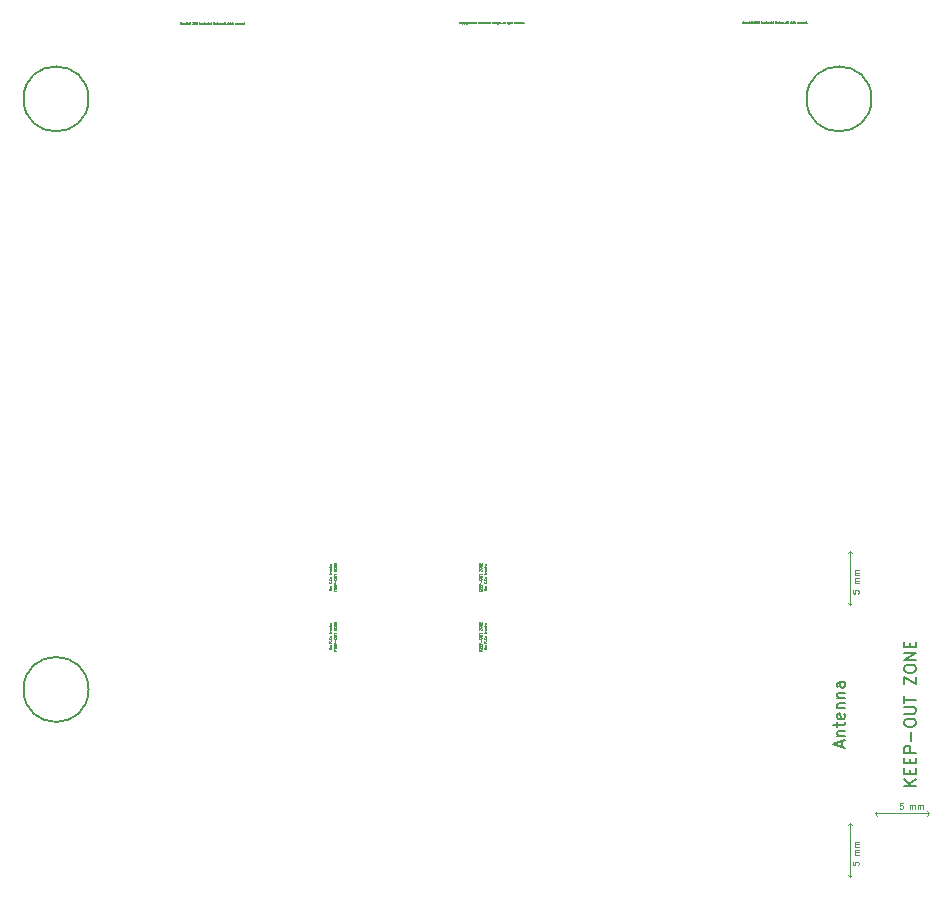
<source format=gbr>
G04 #@! TF.GenerationSoftware,KiCad,Pcbnew,(6.0.5)*
G04 #@! TF.CreationDate,2022-09-18T19:29:40+02:00*
G04 #@! TF.ProjectId,hamodule,68616d6f-6475-46c6-952e-6b696361645f,rev?*
G04 #@! TF.SameCoordinates,Original*
G04 #@! TF.FileFunction,Other,Comment*
%FSLAX46Y46*%
G04 Gerber Fmt 4.6, Leading zero omitted, Abs format (unit mm)*
G04 Created by KiCad (PCBNEW (6.0.5)) date 2022-09-18 19:29:40*
%MOMM*%
%LPD*%
G01*
G04 APERTURE LIST*
%ADD10C,0.002000*%
%ADD11C,0.030000*%
%ADD12C,0.100000*%
%ADD13C,0.150000*%
G04 APERTURE END LIST*
D10*
X166500666Y-78998857D02*
X166494619Y-79004904D01*
X166476476Y-79010952D01*
X166464380Y-79010952D01*
X166446238Y-79004904D01*
X166434142Y-78992809D01*
X166428095Y-78980714D01*
X166422047Y-78956523D01*
X166422047Y-78938380D01*
X166428095Y-78914190D01*
X166434142Y-78902095D01*
X166446238Y-78890000D01*
X166464380Y-78883952D01*
X166476476Y-78883952D01*
X166494619Y-78890000D01*
X166500666Y-78896047D01*
X166573238Y-79010952D02*
X166561142Y-79004904D01*
X166555095Y-78998857D01*
X166549047Y-78986761D01*
X166549047Y-78950476D01*
X166555095Y-78938380D01*
X166561142Y-78932333D01*
X166573238Y-78926285D01*
X166591380Y-78926285D01*
X166603476Y-78932333D01*
X166609523Y-78938380D01*
X166615571Y-78950476D01*
X166615571Y-78986761D01*
X166609523Y-78998857D01*
X166603476Y-79004904D01*
X166591380Y-79010952D01*
X166573238Y-79010952D01*
X166670000Y-78926285D02*
X166670000Y-79053285D01*
X166670000Y-78932333D02*
X166682095Y-78926285D01*
X166706285Y-78926285D01*
X166718380Y-78932333D01*
X166724428Y-78938380D01*
X166730476Y-78950476D01*
X166730476Y-78986761D01*
X166724428Y-78998857D01*
X166718380Y-79004904D01*
X166706285Y-79010952D01*
X166682095Y-79010952D01*
X166670000Y-79004904D01*
X166772809Y-78926285D02*
X166803047Y-79010952D01*
X166833285Y-78926285D02*
X166803047Y-79010952D01*
X166790952Y-79041190D01*
X166784904Y-79047238D01*
X166772809Y-79053285D01*
X166881666Y-79010952D02*
X166881666Y-78926285D01*
X166881666Y-78950476D02*
X166887714Y-78938380D01*
X166893761Y-78932333D01*
X166905857Y-78926285D01*
X166917952Y-78926285D01*
X166960285Y-79010952D02*
X166960285Y-78926285D01*
X166960285Y-78883952D02*
X166954238Y-78890000D01*
X166960285Y-78896047D01*
X166966333Y-78890000D01*
X166960285Y-78883952D01*
X166960285Y-78896047D01*
X167075190Y-78926285D02*
X167075190Y-79029095D01*
X167069142Y-79041190D01*
X167063095Y-79047238D01*
X167051000Y-79053285D01*
X167032857Y-79053285D01*
X167020761Y-79047238D01*
X167075190Y-79004904D02*
X167063095Y-79010952D01*
X167038904Y-79010952D01*
X167026809Y-79004904D01*
X167020761Y-78998857D01*
X167014714Y-78986761D01*
X167014714Y-78950476D01*
X167020761Y-78938380D01*
X167026809Y-78932333D01*
X167038904Y-78926285D01*
X167063095Y-78926285D01*
X167075190Y-78932333D01*
X167135666Y-79010952D02*
X167135666Y-78883952D01*
X167190095Y-79010952D02*
X167190095Y-78944428D01*
X167184047Y-78932333D01*
X167171952Y-78926285D01*
X167153809Y-78926285D01*
X167141714Y-78932333D01*
X167135666Y-78938380D01*
X167232428Y-78926285D02*
X167280809Y-78926285D01*
X167250571Y-78883952D02*
X167250571Y-78992809D01*
X167256619Y-79004904D01*
X167268714Y-79010952D01*
X167280809Y-79010952D01*
X167413857Y-78896047D02*
X167419904Y-78890000D01*
X167432000Y-78883952D01*
X167462238Y-78883952D01*
X167474333Y-78890000D01*
X167480380Y-78896047D01*
X167486428Y-78908142D01*
X167486428Y-78920238D01*
X167480380Y-78938380D01*
X167407809Y-79010952D01*
X167486428Y-79010952D01*
X167565047Y-78883952D02*
X167577142Y-78883952D01*
X167589238Y-78890000D01*
X167595285Y-78896047D01*
X167601333Y-78908142D01*
X167607380Y-78932333D01*
X167607380Y-78962571D01*
X167601333Y-78986761D01*
X167595285Y-78998857D01*
X167589238Y-79004904D01*
X167577142Y-79010952D01*
X167565047Y-79010952D01*
X167552952Y-79004904D01*
X167546904Y-78998857D01*
X167540857Y-78986761D01*
X167534809Y-78962571D01*
X167534809Y-78932333D01*
X167540857Y-78908142D01*
X167546904Y-78896047D01*
X167552952Y-78890000D01*
X167565047Y-78883952D01*
X167655761Y-78896047D02*
X167661809Y-78890000D01*
X167673904Y-78883952D01*
X167704142Y-78883952D01*
X167716238Y-78890000D01*
X167722285Y-78896047D01*
X167728333Y-78908142D01*
X167728333Y-78920238D01*
X167722285Y-78938380D01*
X167649714Y-79010952D01*
X167728333Y-79010952D01*
X167849285Y-79010952D02*
X167776714Y-79010952D01*
X167813000Y-79010952D02*
X167813000Y-78883952D01*
X167800904Y-78902095D01*
X167788809Y-78914190D01*
X167776714Y-78920238D01*
X167994428Y-78974666D02*
X168054904Y-78974666D01*
X167982333Y-79010952D02*
X168024666Y-78883952D01*
X168067000Y-79010952D01*
X168163761Y-79004904D02*
X168151666Y-79010952D01*
X168127476Y-79010952D01*
X168115380Y-79004904D01*
X168109333Y-78998857D01*
X168103285Y-78986761D01*
X168103285Y-78950476D01*
X168109333Y-78938380D01*
X168115380Y-78932333D01*
X168127476Y-78926285D01*
X168151666Y-78926285D01*
X168163761Y-78932333D01*
X168272619Y-79004904D02*
X168260523Y-79010952D01*
X168236333Y-79010952D01*
X168224238Y-79004904D01*
X168218190Y-78998857D01*
X168212142Y-78986761D01*
X168212142Y-78950476D01*
X168218190Y-78938380D01*
X168224238Y-78932333D01*
X168236333Y-78926285D01*
X168260523Y-78926285D01*
X168272619Y-78932333D01*
X168375428Y-79004904D02*
X168363333Y-79010952D01*
X168339142Y-79010952D01*
X168327047Y-79004904D01*
X168321000Y-78992809D01*
X168321000Y-78944428D01*
X168327047Y-78932333D01*
X168339142Y-78926285D01*
X168363333Y-78926285D01*
X168375428Y-78932333D01*
X168381476Y-78944428D01*
X168381476Y-78956523D01*
X168321000Y-78968619D01*
X168454047Y-79010952D02*
X168441952Y-79004904D01*
X168435904Y-78992809D01*
X168435904Y-78883952D01*
X168550809Y-79004904D02*
X168538714Y-79010952D01*
X168514523Y-79010952D01*
X168502428Y-79004904D01*
X168496380Y-78992809D01*
X168496380Y-78944428D01*
X168502428Y-78932333D01*
X168514523Y-78926285D01*
X168538714Y-78926285D01*
X168550809Y-78932333D01*
X168556857Y-78944428D01*
X168556857Y-78956523D01*
X168496380Y-78968619D01*
X168611285Y-79010952D02*
X168611285Y-78926285D01*
X168611285Y-78950476D02*
X168617333Y-78938380D01*
X168623380Y-78932333D01*
X168635476Y-78926285D01*
X168647571Y-78926285D01*
X168744333Y-79010952D02*
X168744333Y-78944428D01*
X168738285Y-78932333D01*
X168726190Y-78926285D01*
X168702000Y-78926285D01*
X168689904Y-78932333D01*
X168744333Y-79004904D02*
X168732238Y-79010952D01*
X168702000Y-79010952D01*
X168689904Y-79004904D01*
X168683857Y-78992809D01*
X168683857Y-78980714D01*
X168689904Y-78968619D01*
X168702000Y-78962571D01*
X168732238Y-78962571D01*
X168744333Y-78956523D01*
X168786666Y-78926285D02*
X168835047Y-78926285D01*
X168804809Y-78883952D02*
X168804809Y-78992809D01*
X168810857Y-79004904D01*
X168822952Y-79010952D01*
X168835047Y-79010952D01*
X168925761Y-79004904D02*
X168913666Y-79010952D01*
X168889476Y-79010952D01*
X168877380Y-79004904D01*
X168871333Y-78992809D01*
X168871333Y-78944428D01*
X168877380Y-78932333D01*
X168889476Y-78926285D01*
X168913666Y-78926285D01*
X168925761Y-78932333D01*
X168931809Y-78944428D01*
X168931809Y-78956523D01*
X168871333Y-78968619D01*
X169040666Y-79010952D02*
X169040666Y-78883952D01*
X169040666Y-79004904D02*
X169028571Y-79010952D01*
X169004380Y-79010952D01*
X168992285Y-79004904D01*
X168986238Y-78998857D01*
X168980190Y-78986761D01*
X168980190Y-78950476D01*
X168986238Y-78938380D01*
X168992285Y-78932333D01*
X169004380Y-78926285D01*
X169028571Y-78926285D01*
X169040666Y-78932333D01*
X169197904Y-79010952D02*
X169197904Y-78883952D01*
X169228142Y-78883952D01*
X169246285Y-78890000D01*
X169258380Y-78902095D01*
X169264428Y-78914190D01*
X169270476Y-78938380D01*
X169270476Y-78956523D01*
X169264428Y-78980714D01*
X169258380Y-78992809D01*
X169246285Y-79004904D01*
X169228142Y-79010952D01*
X169197904Y-79010952D01*
X169373285Y-79004904D02*
X169361190Y-79010952D01*
X169337000Y-79010952D01*
X169324904Y-79004904D01*
X169318857Y-78992809D01*
X169318857Y-78944428D01*
X169324904Y-78932333D01*
X169337000Y-78926285D01*
X169361190Y-78926285D01*
X169373285Y-78932333D01*
X169379333Y-78944428D01*
X169379333Y-78956523D01*
X169318857Y-78968619D01*
X169427714Y-79004904D02*
X169439809Y-79010952D01*
X169464000Y-79010952D01*
X169476095Y-79004904D01*
X169482142Y-78992809D01*
X169482142Y-78986761D01*
X169476095Y-78974666D01*
X169464000Y-78968619D01*
X169445857Y-78968619D01*
X169433761Y-78962571D01*
X169427714Y-78950476D01*
X169427714Y-78944428D01*
X169433761Y-78932333D01*
X169445857Y-78926285D01*
X169464000Y-78926285D01*
X169476095Y-78932333D01*
X169536571Y-79010952D02*
X169536571Y-78926285D01*
X169536571Y-78883952D02*
X169530523Y-78890000D01*
X169536571Y-78896047D01*
X169542619Y-78890000D01*
X169536571Y-78883952D01*
X169536571Y-78896047D01*
X169651476Y-78926285D02*
X169651476Y-79029095D01*
X169645428Y-79041190D01*
X169639380Y-79047238D01*
X169627285Y-79053285D01*
X169609142Y-79053285D01*
X169597047Y-79047238D01*
X169651476Y-79004904D02*
X169639380Y-79010952D01*
X169615190Y-79010952D01*
X169603095Y-79004904D01*
X169597047Y-78998857D01*
X169591000Y-78986761D01*
X169591000Y-78950476D01*
X169597047Y-78938380D01*
X169603095Y-78932333D01*
X169615190Y-78926285D01*
X169639380Y-78926285D01*
X169651476Y-78932333D01*
X169711952Y-78926285D02*
X169711952Y-79010952D01*
X169711952Y-78938380D02*
X169718000Y-78932333D01*
X169730095Y-78926285D01*
X169748238Y-78926285D01*
X169760333Y-78932333D01*
X169766380Y-78944428D01*
X169766380Y-79010952D01*
X169820809Y-79004904D02*
X169832904Y-79010952D01*
X169857095Y-79010952D01*
X169869190Y-79004904D01*
X169875238Y-78992809D01*
X169875238Y-78986761D01*
X169869190Y-78974666D01*
X169857095Y-78968619D01*
X169838952Y-78968619D01*
X169826857Y-78962571D01*
X169820809Y-78950476D01*
X169820809Y-78944428D01*
X169826857Y-78932333D01*
X169838952Y-78926285D01*
X169857095Y-78926285D01*
X169869190Y-78932333D01*
X169929666Y-78998857D02*
X169935714Y-79004904D01*
X169929666Y-79010952D01*
X169923619Y-79004904D01*
X169929666Y-78998857D01*
X169929666Y-79010952D01*
X170080857Y-78974666D02*
X170141333Y-78974666D01*
X170068761Y-79010952D02*
X170111095Y-78883952D01*
X170153428Y-79010952D01*
X170213904Y-79010952D02*
X170201809Y-79004904D01*
X170195761Y-78992809D01*
X170195761Y-78883952D01*
X170280428Y-79010952D02*
X170268333Y-79004904D01*
X170262285Y-78992809D01*
X170262285Y-78883952D01*
X170425571Y-79010952D02*
X170425571Y-78926285D01*
X170425571Y-78950476D02*
X170431619Y-78938380D01*
X170437666Y-78932333D01*
X170449761Y-78926285D01*
X170461857Y-78926285D01*
X170504190Y-79010952D02*
X170504190Y-78926285D01*
X170504190Y-78883952D02*
X170498142Y-78890000D01*
X170504190Y-78896047D01*
X170510238Y-78890000D01*
X170504190Y-78883952D01*
X170504190Y-78896047D01*
X170619095Y-78926285D02*
X170619095Y-79029095D01*
X170613047Y-79041190D01*
X170607000Y-79047238D01*
X170594904Y-79053285D01*
X170576761Y-79053285D01*
X170564666Y-79047238D01*
X170619095Y-79004904D02*
X170607000Y-79010952D01*
X170582809Y-79010952D01*
X170570714Y-79004904D01*
X170564666Y-78998857D01*
X170558619Y-78986761D01*
X170558619Y-78950476D01*
X170564666Y-78938380D01*
X170570714Y-78932333D01*
X170582809Y-78926285D01*
X170607000Y-78926285D01*
X170619095Y-78932333D01*
X170679571Y-79010952D02*
X170679571Y-78883952D01*
X170734000Y-79010952D02*
X170734000Y-78944428D01*
X170727952Y-78932333D01*
X170715857Y-78926285D01*
X170697714Y-78926285D01*
X170685619Y-78932333D01*
X170679571Y-78938380D01*
X170776333Y-78926285D02*
X170824714Y-78926285D01*
X170794476Y-78883952D02*
X170794476Y-78992809D01*
X170800523Y-79004904D01*
X170812619Y-79010952D01*
X170824714Y-79010952D01*
X170861000Y-79004904D02*
X170873095Y-79010952D01*
X170897285Y-79010952D01*
X170909380Y-79004904D01*
X170915428Y-78992809D01*
X170915428Y-78986761D01*
X170909380Y-78974666D01*
X170897285Y-78968619D01*
X170879142Y-78968619D01*
X170867047Y-78962571D01*
X170861000Y-78950476D01*
X170861000Y-78944428D01*
X170867047Y-78932333D01*
X170879142Y-78926285D01*
X170897285Y-78926285D01*
X170909380Y-78932333D01*
X171066619Y-79010952D02*
X171066619Y-78926285D01*
X171066619Y-78950476D02*
X171072666Y-78938380D01*
X171078714Y-78932333D01*
X171090809Y-78926285D01*
X171102904Y-78926285D01*
X171193619Y-79004904D02*
X171181523Y-79010952D01*
X171157333Y-79010952D01*
X171145238Y-79004904D01*
X171139190Y-78992809D01*
X171139190Y-78944428D01*
X171145238Y-78932333D01*
X171157333Y-78926285D01*
X171181523Y-78926285D01*
X171193619Y-78932333D01*
X171199666Y-78944428D01*
X171199666Y-78956523D01*
X171139190Y-78968619D01*
X171248047Y-79004904D02*
X171260142Y-79010952D01*
X171284333Y-79010952D01*
X171296428Y-79004904D01*
X171302476Y-78992809D01*
X171302476Y-78986761D01*
X171296428Y-78974666D01*
X171284333Y-78968619D01*
X171266190Y-78968619D01*
X171254095Y-78962571D01*
X171248047Y-78950476D01*
X171248047Y-78944428D01*
X171254095Y-78932333D01*
X171266190Y-78926285D01*
X171284333Y-78926285D01*
X171296428Y-78932333D01*
X171405285Y-79004904D02*
X171393190Y-79010952D01*
X171369000Y-79010952D01*
X171356904Y-79004904D01*
X171350857Y-78992809D01*
X171350857Y-78944428D01*
X171356904Y-78932333D01*
X171369000Y-78926285D01*
X171393190Y-78926285D01*
X171405285Y-78932333D01*
X171411333Y-78944428D01*
X171411333Y-78956523D01*
X171350857Y-78968619D01*
X171465761Y-79010952D02*
X171465761Y-78926285D01*
X171465761Y-78950476D02*
X171471809Y-78938380D01*
X171477857Y-78932333D01*
X171489952Y-78926285D01*
X171502047Y-78926285D01*
X171532285Y-78926285D02*
X171562523Y-79010952D01*
X171592761Y-78926285D01*
X171689523Y-79004904D02*
X171677428Y-79010952D01*
X171653238Y-79010952D01*
X171641142Y-79004904D01*
X171635095Y-78992809D01*
X171635095Y-78944428D01*
X171641142Y-78932333D01*
X171653238Y-78926285D01*
X171677428Y-78926285D01*
X171689523Y-78932333D01*
X171695571Y-78944428D01*
X171695571Y-78956523D01*
X171635095Y-78968619D01*
X171804428Y-79010952D02*
X171804428Y-78883952D01*
X171804428Y-79004904D02*
X171792333Y-79010952D01*
X171768142Y-79010952D01*
X171756047Y-79004904D01*
X171750000Y-78998857D01*
X171743952Y-78986761D01*
X171743952Y-78950476D01*
X171750000Y-78938380D01*
X171756047Y-78932333D01*
X171768142Y-78926285D01*
X171792333Y-78926285D01*
X171804428Y-78932333D01*
X171864904Y-78998857D02*
X171870952Y-79004904D01*
X171864904Y-79010952D01*
X171858857Y-79004904D01*
X171864904Y-78998857D01*
X171864904Y-79010952D01*
X142854266Y-79022456D02*
X142848219Y-79028503D01*
X142830076Y-79034551D01*
X142817980Y-79034551D01*
X142799838Y-79028503D01*
X142787742Y-79016408D01*
X142781695Y-79004313D01*
X142775647Y-78980122D01*
X142775647Y-78961979D01*
X142781695Y-78937789D01*
X142787742Y-78925694D01*
X142799838Y-78913599D01*
X142817980Y-78907551D01*
X142830076Y-78907551D01*
X142848219Y-78913599D01*
X142854266Y-78919646D01*
X142926838Y-79034551D02*
X142914742Y-79028503D01*
X142908695Y-79022456D01*
X142902647Y-79010360D01*
X142902647Y-78974075D01*
X142908695Y-78961979D01*
X142914742Y-78955932D01*
X142926838Y-78949884D01*
X142944980Y-78949884D01*
X142957076Y-78955932D01*
X142963123Y-78961979D01*
X142969171Y-78974075D01*
X142969171Y-79010360D01*
X142963123Y-79022456D01*
X142957076Y-79028503D01*
X142944980Y-79034551D01*
X142926838Y-79034551D01*
X143023600Y-78949884D02*
X143023600Y-79076884D01*
X143023600Y-78955932D02*
X143035695Y-78949884D01*
X143059885Y-78949884D01*
X143071980Y-78955932D01*
X143078028Y-78961979D01*
X143084076Y-78974075D01*
X143084076Y-79010360D01*
X143078028Y-79022456D01*
X143071980Y-79028503D01*
X143059885Y-79034551D01*
X143035695Y-79034551D01*
X143023600Y-79028503D01*
X143126409Y-78949884D02*
X143156647Y-79034551D01*
X143186885Y-78949884D02*
X143156647Y-79034551D01*
X143144552Y-79064789D01*
X143138504Y-79070837D01*
X143126409Y-79076884D01*
X143235266Y-79034551D02*
X143235266Y-78949884D01*
X143235266Y-78974075D02*
X143241314Y-78961979D01*
X143247361Y-78955932D01*
X143259457Y-78949884D01*
X143271552Y-78949884D01*
X143313885Y-79034551D02*
X143313885Y-78949884D01*
X143313885Y-78907551D02*
X143307838Y-78913599D01*
X143313885Y-78919646D01*
X143319933Y-78913599D01*
X143313885Y-78907551D01*
X143313885Y-78919646D01*
X143428790Y-78949884D02*
X143428790Y-79052694D01*
X143422742Y-79064789D01*
X143416695Y-79070837D01*
X143404600Y-79076884D01*
X143386457Y-79076884D01*
X143374361Y-79070837D01*
X143428790Y-79028503D02*
X143416695Y-79034551D01*
X143392504Y-79034551D01*
X143380409Y-79028503D01*
X143374361Y-79022456D01*
X143368314Y-79010360D01*
X143368314Y-78974075D01*
X143374361Y-78961979D01*
X143380409Y-78955932D01*
X143392504Y-78949884D01*
X143416695Y-78949884D01*
X143428790Y-78955932D01*
X143489266Y-79034551D02*
X143489266Y-78907551D01*
X143543695Y-79034551D02*
X143543695Y-78968027D01*
X143537647Y-78955932D01*
X143525552Y-78949884D01*
X143507409Y-78949884D01*
X143495314Y-78955932D01*
X143489266Y-78961979D01*
X143586028Y-78949884D02*
X143634409Y-78949884D01*
X143604171Y-78907551D02*
X143604171Y-79016408D01*
X143610219Y-79028503D01*
X143622314Y-79034551D01*
X143634409Y-79034551D01*
X143767457Y-78919646D02*
X143773504Y-78913599D01*
X143785600Y-78907551D01*
X143815838Y-78907551D01*
X143827933Y-78913599D01*
X143833980Y-78919646D01*
X143840028Y-78931741D01*
X143840028Y-78943837D01*
X143833980Y-78961979D01*
X143761409Y-79034551D01*
X143840028Y-79034551D01*
X143918647Y-78907551D02*
X143930742Y-78907551D01*
X143942838Y-78913599D01*
X143948885Y-78919646D01*
X143954933Y-78931741D01*
X143960980Y-78955932D01*
X143960980Y-78986170D01*
X143954933Y-79010360D01*
X143948885Y-79022456D01*
X143942838Y-79028503D01*
X143930742Y-79034551D01*
X143918647Y-79034551D01*
X143906552Y-79028503D01*
X143900504Y-79022456D01*
X143894457Y-79010360D01*
X143888409Y-78986170D01*
X143888409Y-78955932D01*
X143894457Y-78931741D01*
X143900504Y-78919646D01*
X143906552Y-78913599D01*
X143918647Y-78907551D01*
X144009361Y-78919646D02*
X144015409Y-78913599D01*
X144027504Y-78907551D01*
X144057742Y-78907551D01*
X144069838Y-78913599D01*
X144075885Y-78919646D01*
X144081933Y-78931741D01*
X144081933Y-78943837D01*
X144075885Y-78961979D01*
X144003314Y-79034551D01*
X144081933Y-79034551D01*
X144202885Y-79034551D02*
X144130314Y-79034551D01*
X144166600Y-79034551D02*
X144166600Y-78907551D01*
X144154504Y-78925694D01*
X144142409Y-78937789D01*
X144130314Y-78943837D01*
X144348028Y-78998265D02*
X144408504Y-78998265D01*
X144335933Y-79034551D02*
X144378266Y-78907551D01*
X144420600Y-79034551D01*
X144517361Y-79028503D02*
X144505266Y-79034551D01*
X144481076Y-79034551D01*
X144468980Y-79028503D01*
X144462933Y-79022456D01*
X144456885Y-79010360D01*
X144456885Y-78974075D01*
X144462933Y-78961979D01*
X144468980Y-78955932D01*
X144481076Y-78949884D01*
X144505266Y-78949884D01*
X144517361Y-78955932D01*
X144626219Y-79028503D02*
X144614123Y-79034551D01*
X144589933Y-79034551D01*
X144577838Y-79028503D01*
X144571790Y-79022456D01*
X144565742Y-79010360D01*
X144565742Y-78974075D01*
X144571790Y-78961979D01*
X144577838Y-78955932D01*
X144589933Y-78949884D01*
X144614123Y-78949884D01*
X144626219Y-78955932D01*
X144729028Y-79028503D02*
X144716933Y-79034551D01*
X144692742Y-79034551D01*
X144680647Y-79028503D01*
X144674600Y-79016408D01*
X144674600Y-78968027D01*
X144680647Y-78955932D01*
X144692742Y-78949884D01*
X144716933Y-78949884D01*
X144729028Y-78955932D01*
X144735076Y-78968027D01*
X144735076Y-78980122D01*
X144674600Y-78992218D01*
X144807647Y-79034551D02*
X144795552Y-79028503D01*
X144789504Y-79016408D01*
X144789504Y-78907551D01*
X144904409Y-79028503D02*
X144892314Y-79034551D01*
X144868123Y-79034551D01*
X144856028Y-79028503D01*
X144849980Y-79016408D01*
X144849980Y-78968027D01*
X144856028Y-78955932D01*
X144868123Y-78949884D01*
X144892314Y-78949884D01*
X144904409Y-78955932D01*
X144910457Y-78968027D01*
X144910457Y-78980122D01*
X144849980Y-78992218D01*
X144964885Y-79034551D02*
X144964885Y-78949884D01*
X144964885Y-78974075D02*
X144970933Y-78961979D01*
X144976980Y-78955932D01*
X144989076Y-78949884D01*
X145001171Y-78949884D01*
X145097933Y-79034551D02*
X145097933Y-78968027D01*
X145091885Y-78955932D01*
X145079790Y-78949884D01*
X145055600Y-78949884D01*
X145043504Y-78955932D01*
X145097933Y-79028503D02*
X145085838Y-79034551D01*
X145055600Y-79034551D01*
X145043504Y-79028503D01*
X145037457Y-79016408D01*
X145037457Y-79004313D01*
X145043504Y-78992218D01*
X145055600Y-78986170D01*
X145085838Y-78986170D01*
X145097933Y-78980122D01*
X145140266Y-78949884D02*
X145188647Y-78949884D01*
X145158409Y-78907551D02*
X145158409Y-79016408D01*
X145164457Y-79028503D01*
X145176552Y-79034551D01*
X145188647Y-79034551D01*
X145279361Y-79028503D02*
X145267266Y-79034551D01*
X145243076Y-79034551D01*
X145230980Y-79028503D01*
X145224933Y-79016408D01*
X145224933Y-78968027D01*
X145230980Y-78955932D01*
X145243076Y-78949884D01*
X145267266Y-78949884D01*
X145279361Y-78955932D01*
X145285409Y-78968027D01*
X145285409Y-78980122D01*
X145224933Y-78992218D01*
X145394266Y-79034551D02*
X145394266Y-78907551D01*
X145394266Y-79028503D02*
X145382171Y-79034551D01*
X145357980Y-79034551D01*
X145345885Y-79028503D01*
X145339838Y-79022456D01*
X145333790Y-79010360D01*
X145333790Y-78974075D01*
X145339838Y-78961979D01*
X145345885Y-78955932D01*
X145357980Y-78949884D01*
X145382171Y-78949884D01*
X145394266Y-78955932D01*
X145551504Y-79034551D02*
X145551504Y-78907551D01*
X145581742Y-78907551D01*
X145599885Y-78913599D01*
X145611980Y-78925694D01*
X145618028Y-78937789D01*
X145624076Y-78961979D01*
X145624076Y-78980122D01*
X145618028Y-79004313D01*
X145611980Y-79016408D01*
X145599885Y-79028503D01*
X145581742Y-79034551D01*
X145551504Y-79034551D01*
X145726885Y-79028503D02*
X145714790Y-79034551D01*
X145690600Y-79034551D01*
X145678504Y-79028503D01*
X145672457Y-79016408D01*
X145672457Y-78968027D01*
X145678504Y-78955932D01*
X145690600Y-78949884D01*
X145714790Y-78949884D01*
X145726885Y-78955932D01*
X145732933Y-78968027D01*
X145732933Y-78980122D01*
X145672457Y-78992218D01*
X145781314Y-79028503D02*
X145793409Y-79034551D01*
X145817600Y-79034551D01*
X145829695Y-79028503D01*
X145835742Y-79016408D01*
X145835742Y-79010360D01*
X145829695Y-78998265D01*
X145817600Y-78992218D01*
X145799457Y-78992218D01*
X145787361Y-78986170D01*
X145781314Y-78974075D01*
X145781314Y-78968027D01*
X145787361Y-78955932D01*
X145799457Y-78949884D01*
X145817600Y-78949884D01*
X145829695Y-78955932D01*
X145890171Y-79034551D02*
X145890171Y-78949884D01*
X145890171Y-78907551D02*
X145884123Y-78913599D01*
X145890171Y-78919646D01*
X145896219Y-78913599D01*
X145890171Y-78907551D01*
X145890171Y-78919646D01*
X146005076Y-78949884D02*
X146005076Y-79052694D01*
X145999028Y-79064789D01*
X145992980Y-79070837D01*
X145980885Y-79076884D01*
X145962742Y-79076884D01*
X145950647Y-79070837D01*
X146005076Y-79028503D02*
X145992980Y-79034551D01*
X145968790Y-79034551D01*
X145956695Y-79028503D01*
X145950647Y-79022456D01*
X145944600Y-79010360D01*
X145944600Y-78974075D01*
X145950647Y-78961979D01*
X145956695Y-78955932D01*
X145968790Y-78949884D01*
X145992980Y-78949884D01*
X146005076Y-78955932D01*
X146065552Y-78949884D02*
X146065552Y-79034551D01*
X146065552Y-78961979D02*
X146071600Y-78955932D01*
X146083695Y-78949884D01*
X146101838Y-78949884D01*
X146113933Y-78955932D01*
X146119980Y-78968027D01*
X146119980Y-79034551D01*
X146174409Y-79028503D02*
X146186504Y-79034551D01*
X146210695Y-79034551D01*
X146222790Y-79028503D01*
X146228838Y-79016408D01*
X146228838Y-79010360D01*
X146222790Y-78998265D01*
X146210695Y-78992218D01*
X146192552Y-78992218D01*
X146180457Y-78986170D01*
X146174409Y-78974075D01*
X146174409Y-78968027D01*
X146180457Y-78955932D01*
X146192552Y-78949884D01*
X146210695Y-78949884D01*
X146222790Y-78955932D01*
X146283266Y-79022456D02*
X146289314Y-79028503D01*
X146283266Y-79034551D01*
X146277219Y-79028503D01*
X146283266Y-79022456D01*
X146283266Y-79034551D01*
X146434457Y-78998265D02*
X146494933Y-78998265D01*
X146422361Y-79034551D02*
X146464695Y-78907551D01*
X146507028Y-79034551D01*
X146567504Y-79034551D02*
X146555409Y-79028503D01*
X146549361Y-79016408D01*
X146549361Y-78907551D01*
X146634028Y-79034551D02*
X146621933Y-79028503D01*
X146615885Y-79016408D01*
X146615885Y-78907551D01*
X146779171Y-79034551D02*
X146779171Y-78949884D01*
X146779171Y-78974075D02*
X146785219Y-78961979D01*
X146791266Y-78955932D01*
X146803361Y-78949884D01*
X146815457Y-78949884D01*
X146857790Y-79034551D02*
X146857790Y-78949884D01*
X146857790Y-78907551D02*
X146851742Y-78913599D01*
X146857790Y-78919646D01*
X146863838Y-78913599D01*
X146857790Y-78907551D01*
X146857790Y-78919646D01*
X146972695Y-78949884D02*
X146972695Y-79052694D01*
X146966647Y-79064789D01*
X146960600Y-79070837D01*
X146948504Y-79076884D01*
X146930361Y-79076884D01*
X146918266Y-79070837D01*
X146972695Y-79028503D02*
X146960600Y-79034551D01*
X146936409Y-79034551D01*
X146924314Y-79028503D01*
X146918266Y-79022456D01*
X146912219Y-79010360D01*
X146912219Y-78974075D01*
X146918266Y-78961979D01*
X146924314Y-78955932D01*
X146936409Y-78949884D01*
X146960600Y-78949884D01*
X146972695Y-78955932D01*
X147033171Y-79034551D02*
X147033171Y-78907551D01*
X147087600Y-79034551D02*
X147087600Y-78968027D01*
X147081552Y-78955932D01*
X147069457Y-78949884D01*
X147051314Y-78949884D01*
X147039219Y-78955932D01*
X147033171Y-78961979D01*
X147129933Y-78949884D02*
X147178314Y-78949884D01*
X147148076Y-78907551D02*
X147148076Y-79016408D01*
X147154123Y-79028503D01*
X147166219Y-79034551D01*
X147178314Y-79034551D01*
X147214600Y-79028503D02*
X147226695Y-79034551D01*
X147250885Y-79034551D01*
X147262980Y-79028503D01*
X147269028Y-79016408D01*
X147269028Y-79010360D01*
X147262980Y-78998265D01*
X147250885Y-78992218D01*
X147232742Y-78992218D01*
X147220647Y-78986170D01*
X147214600Y-78974075D01*
X147214600Y-78968027D01*
X147220647Y-78955932D01*
X147232742Y-78949884D01*
X147250885Y-78949884D01*
X147262980Y-78955932D01*
X147420219Y-79034551D02*
X147420219Y-78949884D01*
X147420219Y-78974075D02*
X147426266Y-78961979D01*
X147432314Y-78955932D01*
X147444409Y-78949884D01*
X147456504Y-78949884D01*
X147547219Y-79028503D02*
X147535123Y-79034551D01*
X147510933Y-79034551D01*
X147498838Y-79028503D01*
X147492790Y-79016408D01*
X147492790Y-78968027D01*
X147498838Y-78955932D01*
X147510933Y-78949884D01*
X147535123Y-78949884D01*
X147547219Y-78955932D01*
X147553266Y-78968027D01*
X147553266Y-78980122D01*
X147492790Y-78992218D01*
X147601647Y-79028503D02*
X147613742Y-79034551D01*
X147637933Y-79034551D01*
X147650028Y-79028503D01*
X147656076Y-79016408D01*
X147656076Y-79010360D01*
X147650028Y-78998265D01*
X147637933Y-78992218D01*
X147619790Y-78992218D01*
X147607695Y-78986170D01*
X147601647Y-78974075D01*
X147601647Y-78968027D01*
X147607695Y-78955932D01*
X147619790Y-78949884D01*
X147637933Y-78949884D01*
X147650028Y-78955932D01*
X147758885Y-79028503D02*
X147746790Y-79034551D01*
X147722600Y-79034551D01*
X147710504Y-79028503D01*
X147704457Y-79016408D01*
X147704457Y-78968027D01*
X147710504Y-78955932D01*
X147722600Y-78949884D01*
X147746790Y-78949884D01*
X147758885Y-78955932D01*
X147764933Y-78968027D01*
X147764933Y-78980122D01*
X147704457Y-78992218D01*
X147819361Y-79034551D02*
X147819361Y-78949884D01*
X147819361Y-78974075D02*
X147825409Y-78961979D01*
X147831457Y-78955932D01*
X147843552Y-78949884D01*
X147855647Y-78949884D01*
X147885885Y-78949884D02*
X147916123Y-79034551D01*
X147946361Y-78949884D01*
X148043123Y-79028503D02*
X148031028Y-79034551D01*
X148006838Y-79034551D01*
X147994742Y-79028503D01*
X147988695Y-79016408D01*
X147988695Y-78968027D01*
X147994742Y-78955932D01*
X148006838Y-78949884D01*
X148031028Y-78949884D01*
X148043123Y-78955932D01*
X148049171Y-78968027D01*
X148049171Y-78980122D01*
X147988695Y-78992218D01*
X148158028Y-79034551D02*
X148158028Y-78907551D01*
X148158028Y-79028503D02*
X148145933Y-79034551D01*
X148121742Y-79034551D01*
X148109647Y-79028503D01*
X148103600Y-79022456D01*
X148097552Y-79010360D01*
X148097552Y-78974075D01*
X148103600Y-78961979D01*
X148109647Y-78955932D01*
X148121742Y-78949884D01*
X148145933Y-78949884D01*
X148158028Y-78955932D01*
X148218504Y-79022456D02*
X148224552Y-79028503D01*
X148218504Y-79034551D01*
X148212457Y-79028503D01*
X148218504Y-79022456D01*
X148218504Y-79034551D01*
X190460666Y-78958856D02*
X190454619Y-78964903D01*
X190436476Y-78970951D01*
X190424380Y-78970951D01*
X190406238Y-78964903D01*
X190394142Y-78952808D01*
X190388095Y-78940713D01*
X190382047Y-78916522D01*
X190382047Y-78898379D01*
X190388095Y-78874189D01*
X190394142Y-78862094D01*
X190406238Y-78849999D01*
X190424380Y-78843951D01*
X190436476Y-78843951D01*
X190454619Y-78849999D01*
X190460666Y-78856046D01*
X190533238Y-78970951D02*
X190521142Y-78964903D01*
X190515095Y-78958856D01*
X190509047Y-78946760D01*
X190509047Y-78910475D01*
X190515095Y-78898379D01*
X190521142Y-78892332D01*
X190533238Y-78886284D01*
X190551380Y-78886284D01*
X190563476Y-78892332D01*
X190569523Y-78898379D01*
X190575571Y-78910475D01*
X190575571Y-78946760D01*
X190569523Y-78958856D01*
X190563476Y-78964903D01*
X190551380Y-78970951D01*
X190533238Y-78970951D01*
X190630000Y-78886284D02*
X190630000Y-79013284D01*
X190630000Y-78892332D02*
X190642095Y-78886284D01*
X190666285Y-78886284D01*
X190678380Y-78892332D01*
X190684428Y-78898379D01*
X190690476Y-78910475D01*
X190690476Y-78946760D01*
X190684428Y-78958856D01*
X190678380Y-78964903D01*
X190666285Y-78970951D01*
X190642095Y-78970951D01*
X190630000Y-78964903D01*
X190732809Y-78886284D02*
X190763047Y-78970951D01*
X190793285Y-78886284D02*
X190763047Y-78970951D01*
X190750952Y-79001189D01*
X190744904Y-79007237D01*
X190732809Y-79013284D01*
X190841666Y-78970951D02*
X190841666Y-78886284D01*
X190841666Y-78910475D02*
X190847714Y-78898379D01*
X190853761Y-78892332D01*
X190865857Y-78886284D01*
X190877952Y-78886284D01*
X190920285Y-78970951D02*
X190920285Y-78886284D01*
X190920285Y-78843951D02*
X190914238Y-78849999D01*
X190920285Y-78856046D01*
X190926333Y-78849999D01*
X190920285Y-78843951D01*
X190920285Y-78856046D01*
X191035190Y-78886284D02*
X191035190Y-78989094D01*
X191029142Y-79001189D01*
X191023095Y-79007237D01*
X191011000Y-79013284D01*
X190992857Y-79013284D01*
X190980761Y-79007237D01*
X191035190Y-78964903D02*
X191023095Y-78970951D01*
X190998904Y-78970951D01*
X190986809Y-78964903D01*
X190980761Y-78958856D01*
X190974714Y-78946760D01*
X190974714Y-78910475D01*
X190980761Y-78898379D01*
X190986809Y-78892332D01*
X190998904Y-78886284D01*
X191023095Y-78886284D01*
X191035190Y-78892332D01*
X191095666Y-78970951D02*
X191095666Y-78843951D01*
X191150095Y-78970951D02*
X191150095Y-78904427D01*
X191144047Y-78892332D01*
X191131952Y-78886284D01*
X191113809Y-78886284D01*
X191101714Y-78892332D01*
X191095666Y-78898379D01*
X191192428Y-78886284D02*
X191240809Y-78886284D01*
X191210571Y-78843951D02*
X191210571Y-78952808D01*
X191216619Y-78964903D01*
X191228714Y-78970951D01*
X191240809Y-78970951D01*
X191373857Y-78856046D02*
X191379904Y-78849999D01*
X191392000Y-78843951D01*
X191422238Y-78843951D01*
X191434333Y-78849999D01*
X191440380Y-78856046D01*
X191446428Y-78868141D01*
X191446428Y-78880237D01*
X191440380Y-78898379D01*
X191367809Y-78970951D01*
X191446428Y-78970951D01*
X191525047Y-78843951D02*
X191537142Y-78843951D01*
X191549238Y-78849999D01*
X191555285Y-78856046D01*
X191561333Y-78868141D01*
X191567380Y-78892332D01*
X191567380Y-78922570D01*
X191561333Y-78946760D01*
X191555285Y-78958856D01*
X191549238Y-78964903D01*
X191537142Y-78970951D01*
X191525047Y-78970951D01*
X191512952Y-78964903D01*
X191506904Y-78958856D01*
X191500857Y-78946760D01*
X191494809Y-78922570D01*
X191494809Y-78892332D01*
X191500857Y-78868141D01*
X191506904Y-78856046D01*
X191512952Y-78849999D01*
X191525047Y-78843951D01*
X191615761Y-78856046D02*
X191621809Y-78849999D01*
X191633904Y-78843951D01*
X191664142Y-78843951D01*
X191676238Y-78849999D01*
X191682285Y-78856046D01*
X191688333Y-78868141D01*
X191688333Y-78880237D01*
X191682285Y-78898379D01*
X191609714Y-78970951D01*
X191688333Y-78970951D01*
X191809285Y-78970951D02*
X191736714Y-78970951D01*
X191773000Y-78970951D02*
X191773000Y-78843951D01*
X191760904Y-78862094D01*
X191748809Y-78874189D01*
X191736714Y-78880237D01*
X191954428Y-78934665D02*
X192014904Y-78934665D01*
X191942333Y-78970951D02*
X191984666Y-78843951D01*
X192027000Y-78970951D01*
X192123761Y-78964903D02*
X192111666Y-78970951D01*
X192087476Y-78970951D01*
X192075380Y-78964903D01*
X192069333Y-78958856D01*
X192063285Y-78946760D01*
X192063285Y-78910475D01*
X192069333Y-78898379D01*
X192075380Y-78892332D01*
X192087476Y-78886284D01*
X192111666Y-78886284D01*
X192123761Y-78892332D01*
X192232619Y-78964903D02*
X192220523Y-78970951D01*
X192196333Y-78970951D01*
X192184238Y-78964903D01*
X192178190Y-78958856D01*
X192172142Y-78946760D01*
X192172142Y-78910475D01*
X192178190Y-78898379D01*
X192184238Y-78892332D01*
X192196333Y-78886284D01*
X192220523Y-78886284D01*
X192232619Y-78892332D01*
X192335428Y-78964903D02*
X192323333Y-78970951D01*
X192299142Y-78970951D01*
X192287047Y-78964903D01*
X192281000Y-78952808D01*
X192281000Y-78904427D01*
X192287047Y-78892332D01*
X192299142Y-78886284D01*
X192323333Y-78886284D01*
X192335428Y-78892332D01*
X192341476Y-78904427D01*
X192341476Y-78916522D01*
X192281000Y-78928618D01*
X192414047Y-78970951D02*
X192401952Y-78964903D01*
X192395904Y-78952808D01*
X192395904Y-78843951D01*
X192510809Y-78964903D02*
X192498714Y-78970951D01*
X192474523Y-78970951D01*
X192462428Y-78964903D01*
X192456380Y-78952808D01*
X192456380Y-78904427D01*
X192462428Y-78892332D01*
X192474523Y-78886284D01*
X192498714Y-78886284D01*
X192510809Y-78892332D01*
X192516857Y-78904427D01*
X192516857Y-78916522D01*
X192456380Y-78928618D01*
X192571285Y-78970951D02*
X192571285Y-78886284D01*
X192571285Y-78910475D02*
X192577333Y-78898379D01*
X192583380Y-78892332D01*
X192595476Y-78886284D01*
X192607571Y-78886284D01*
X192704333Y-78970951D02*
X192704333Y-78904427D01*
X192698285Y-78892332D01*
X192686190Y-78886284D01*
X192662000Y-78886284D01*
X192649904Y-78892332D01*
X192704333Y-78964903D02*
X192692238Y-78970951D01*
X192662000Y-78970951D01*
X192649904Y-78964903D01*
X192643857Y-78952808D01*
X192643857Y-78940713D01*
X192649904Y-78928618D01*
X192662000Y-78922570D01*
X192692238Y-78922570D01*
X192704333Y-78916522D01*
X192746666Y-78886284D02*
X192795047Y-78886284D01*
X192764809Y-78843951D02*
X192764809Y-78952808D01*
X192770857Y-78964903D01*
X192782952Y-78970951D01*
X192795047Y-78970951D01*
X192885761Y-78964903D02*
X192873666Y-78970951D01*
X192849476Y-78970951D01*
X192837380Y-78964903D01*
X192831333Y-78952808D01*
X192831333Y-78904427D01*
X192837380Y-78892332D01*
X192849476Y-78886284D01*
X192873666Y-78886284D01*
X192885761Y-78892332D01*
X192891809Y-78904427D01*
X192891809Y-78916522D01*
X192831333Y-78928618D01*
X193000666Y-78970951D02*
X193000666Y-78843951D01*
X193000666Y-78964903D02*
X192988571Y-78970951D01*
X192964380Y-78970951D01*
X192952285Y-78964903D01*
X192946238Y-78958856D01*
X192940190Y-78946760D01*
X192940190Y-78910475D01*
X192946238Y-78898379D01*
X192952285Y-78892332D01*
X192964380Y-78886284D01*
X192988571Y-78886284D01*
X193000666Y-78892332D01*
X193157904Y-78970951D02*
X193157904Y-78843951D01*
X193188142Y-78843951D01*
X193206285Y-78849999D01*
X193218380Y-78862094D01*
X193224428Y-78874189D01*
X193230476Y-78898379D01*
X193230476Y-78916522D01*
X193224428Y-78940713D01*
X193218380Y-78952808D01*
X193206285Y-78964903D01*
X193188142Y-78970951D01*
X193157904Y-78970951D01*
X193333285Y-78964903D02*
X193321190Y-78970951D01*
X193297000Y-78970951D01*
X193284904Y-78964903D01*
X193278857Y-78952808D01*
X193278857Y-78904427D01*
X193284904Y-78892332D01*
X193297000Y-78886284D01*
X193321190Y-78886284D01*
X193333285Y-78892332D01*
X193339333Y-78904427D01*
X193339333Y-78916522D01*
X193278857Y-78928618D01*
X193387714Y-78964903D02*
X193399809Y-78970951D01*
X193424000Y-78970951D01*
X193436095Y-78964903D01*
X193442142Y-78952808D01*
X193442142Y-78946760D01*
X193436095Y-78934665D01*
X193424000Y-78928618D01*
X193405857Y-78928618D01*
X193393761Y-78922570D01*
X193387714Y-78910475D01*
X193387714Y-78904427D01*
X193393761Y-78892332D01*
X193405857Y-78886284D01*
X193424000Y-78886284D01*
X193436095Y-78892332D01*
X193496571Y-78970951D02*
X193496571Y-78886284D01*
X193496571Y-78843951D02*
X193490523Y-78849999D01*
X193496571Y-78856046D01*
X193502619Y-78849999D01*
X193496571Y-78843951D01*
X193496571Y-78856046D01*
X193611476Y-78886284D02*
X193611476Y-78989094D01*
X193605428Y-79001189D01*
X193599380Y-79007237D01*
X193587285Y-79013284D01*
X193569142Y-79013284D01*
X193557047Y-79007237D01*
X193611476Y-78964903D02*
X193599380Y-78970951D01*
X193575190Y-78970951D01*
X193563095Y-78964903D01*
X193557047Y-78958856D01*
X193551000Y-78946760D01*
X193551000Y-78910475D01*
X193557047Y-78898379D01*
X193563095Y-78892332D01*
X193575190Y-78886284D01*
X193599380Y-78886284D01*
X193611476Y-78892332D01*
X193671952Y-78886284D02*
X193671952Y-78970951D01*
X193671952Y-78898379D02*
X193678000Y-78892332D01*
X193690095Y-78886284D01*
X193708238Y-78886284D01*
X193720333Y-78892332D01*
X193726380Y-78904427D01*
X193726380Y-78970951D01*
X193780809Y-78964903D02*
X193792904Y-78970951D01*
X193817095Y-78970951D01*
X193829190Y-78964903D01*
X193835238Y-78952808D01*
X193835238Y-78946760D01*
X193829190Y-78934665D01*
X193817095Y-78928618D01*
X193798952Y-78928618D01*
X193786857Y-78922570D01*
X193780809Y-78910475D01*
X193780809Y-78904427D01*
X193786857Y-78892332D01*
X193798952Y-78886284D01*
X193817095Y-78886284D01*
X193829190Y-78892332D01*
X193889666Y-78958856D02*
X193895714Y-78964903D01*
X193889666Y-78970951D01*
X193883619Y-78964903D01*
X193889666Y-78958856D01*
X193889666Y-78970951D01*
X194040857Y-78934665D02*
X194101333Y-78934665D01*
X194028761Y-78970951D02*
X194071095Y-78843951D01*
X194113428Y-78970951D01*
X194173904Y-78970951D02*
X194161809Y-78964903D01*
X194155761Y-78952808D01*
X194155761Y-78843951D01*
X194240428Y-78970951D02*
X194228333Y-78964903D01*
X194222285Y-78952808D01*
X194222285Y-78843951D01*
X194385571Y-78970951D02*
X194385571Y-78886284D01*
X194385571Y-78910475D02*
X194391619Y-78898379D01*
X194397666Y-78892332D01*
X194409761Y-78886284D01*
X194421857Y-78886284D01*
X194464190Y-78970951D02*
X194464190Y-78886284D01*
X194464190Y-78843951D02*
X194458142Y-78849999D01*
X194464190Y-78856046D01*
X194470238Y-78849999D01*
X194464190Y-78843951D01*
X194464190Y-78856046D01*
X194579095Y-78886284D02*
X194579095Y-78989094D01*
X194573047Y-79001189D01*
X194567000Y-79007237D01*
X194554904Y-79013284D01*
X194536761Y-79013284D01*
X194524666Y-79007237D01*
X194579095Y-78964903D02*
X194567000Y-78970951D01*
X194542809Y-78970951D01*
X194530714Y-78964903D01*
X194524666Y-78958856D01*
X194518619Y-78946760D01*
X194518619Y-78910475D01*
X194524666Y-78898379D01*
X194530714Y-78892332D01*
X194542809Y-78886284D01*
X194567000Y-78886284D01*
X194579095Y-78892332D01*
X194639571Y-78970951D02*
X194639571Y-78843951D01*
X194694000Y-78970951D02*
X194694000Y-78904427D01*
X194687952Y-78892332D01*
X194675857Y-78886284D01*
X194657714Y-78886284D01*
X194645619Y-78892332D01*
X194639571Y-78898379D01*
X194736333Y-78886284D02*
X194784714Y-78886284D01*
X194754476Y-78843951D02*
X194754476Y-78952808D01*
X194760523Y-78964903D01*
X194772619Y-78970951D01*
X194784714Y-78970951D01*
X194821000Y-78964903D02*
X194833095Y-78970951D01*
X194857285Y-78970951D01*
X194869380Y-78964903D01*
X194875428Y-78952808D01*
X194875428Y-78946760D01*
X194869380Y-78934665D01*
X194857285Y-78928618D01*
X194839142Y-78928618D01*
X194827047Y-78922570D01*
X194821000Y-78910475D01*
X194821000Y-78904427D01*
X194827047Y-78892332D01*
X194839142Y-78886284D01*
X194857285Y-78886284D01*
X194869380Y-78892332D01*
X195026619Y-78970951D02*
X195026619Y-78886284D01*
X195026619Y-78910475D02*
X195032666Y-78898379D01*
X195038714Y-78892332D01*
X195050809Y-78886284D01*
X195062904Y-78886284D01*
X195153619Y-78964903D02*
X195141523Y-78970951D01*
X195117333Y-78970951D01*
X195105238Y-78964903D01*
X195099190Y-78952808D01*
X195099190Y-78904427D01*
X195105238Y-78892332D01*
X195117333Y-78886284D01*
X195141523Y-78886284D01*
X195153619Y-78892332D01*
X195159666Y-78904427D01*
X195159666Y-78916522D01*
X195099190Y-78928618D01*
X195208047Y-78964903D02*
X195220142Y-78970951D01*
X195244333Y-78970951D01*
X195256428Y-78964903D01*
X195262476Y-78952808D01*
X195262476Y-78946760D01*
X195256428Y-78934665D01*
X195244333Y-78928618D01*
X195226190Y-78928618D01*
X195214095Y-78922570D01*
X195208047Y-78910475D01*
X195208047Y-78904427D01*
X195214095Y-78892332D01*
X195226190Y-78886284D01*
X195244333Y-78886284D01*
X195256428Y-78892332D01*
X195365285Y-78964903D02*
X195353190Y-78970951D01*
X195329000Y-78970951D01*
X195316904Y-78964903D01*
X195310857Y-78952808D01*
X195310857Y-78904427D01*
X195316904Y-78892332D01*
X195329000Y-78886284D01*
X195353190Y-78886284D01*
X195365285Y-78892332D01*
X195371333Y-78904427D01*
X195371333Y-78916522D01*
X195310857Y-78928618D01*
X195425761Y-78970951D02*
X195425761Y-78886284D01*
X195425761Y-78910475D02*
X195431809Y-78898379D01*
X195437857Y-78892332D01*
X195449952Y-78886284D01*
X195462047Y-78886284D01*
X195492285Y-78886284D02*
X195522523Y-78970951D01*
X195552761Y-78886284D01*
X195649523Y-78964903D02*
X195637428Y-78970951D01*
X195613238Y-78970951D01*
X195601142Y-78964903D01*
X195595095Y-78952808D01*
X195595095Y-78904427D01*
X195601142Y-78892332D01*
X195613238Y-78886284D01*
X195637428Y-78886284D01*
X195649523Y-78892332D01*
X195655571Y-78904427D01*
X195655571Y-78916522D01*
X195595095Y-78928618D01*
X195764428Y-78970951D02*
X195764428Y-78843951D01*
X195764428Y-78964903D02*
X195752333Y-78970951D01*
X195728142Y-78970951D01*
X195716047Y-78964903D01*
X195710000Y-78958856D01*
X195703952Y-78946760D01*
X195703952Y-78910475D01*
X195710000Y-78898379D01*
X195716047Y-78892332D01*
X195728142Y-78886284D01*
X195752333Y-78886284D01*
X195764428Y-78892332D01*
X195824904Y-78958856D02*
X195830952Y-78964903D01*
X195824904Y-78970951D01*
X195818857Y-78964903D01*
X195824904Y-78958856D01*
X195824904Y-78970951D01*
D11*
X168292476Y-132111285D02*
X168092476Y-132111285D01*
X168292476Y-131997000D02*
X168178190Y-132082714D01*
X168092476Y-131997000D02*
X168206761Y-132111285D01*
X168187714Y-131911285D02*
X168187714Y-131844619D01*
X168292476Y-131816047D02*
X168292476Y-131911285D01*
X168092476Y-131911285D01*
X168092476Y-131816047D01*
X168187714Y-131730333D02*
X168187714Y-131663666D01*
X168292476Y-131635095D02*
X168292476Y-131730333D01*
X168092476Y-131730333D01*
X168092476Y-131635095D01*
X168292476Y-131549380D02*
X168092476Y-131549380D01*
X168092476Y-131473190D01*
X168102000Y-131454142D01*
X168111523Y-131444619D01*
X168130571Y-131435095D01*
X168159142Y-131435095D01*
X168178190Y-131444619D01*
X168187714Y-131454142D01*
X168197238Y-131473190D01*
X168197238Y-131549380D01*
X168216285Y-131349380D02*
X168216285Y-131197000D01*
X168092476Y-131063666D02*
X168092476Y-131025571D01*
X168102000Y-131006523D01*
X168121047Y-130987476D01*
X168159142Y-130977952D01*
X168225809Y-130977952D01*
X168263904Y-130987476D01*
X168282952Y-131006523D01*
X168292476Y-131025571D01*
X168292476Y-131063666D01*
X168282952Y-131082714D01*
X168263904Y-131101761D01*
X168225809Y-131111285D01*
X168159142Y-131111285D01*
X168121047Y-131101761D01*
X168102000Y-131082714D01*
X168092476Y-131063666D01*
X168092476Y-130892238D02*
X168254380Y-130892238D01*
X168273428Y-130882714D01*
X168282952Y-130873190D01*
X168292476Y-130854142D01*
X168292476Y-130816047D01*
X168282952Y-130797000D01*
X168273428Y-130787476D01*
X168254380Y-130777952D01*
X168092476Y-130777952D01*
X168092476Y-130711285D02*
X168092476Y-130597000D01*
X168292476Y-130654142D02*
X168092476Y-130654142D01*
X168092476Y-130397000D02*
X168092476Y-130263666D01*
X168292476Y-130397000D01*
X168292476Y-130263666D01*
X168092476Y-130149380D02*
X168092476Y-130111285D01*
X168102000Y-130092238D01*
X168121047Y-130073190D01*
X168159142Y-130063666D01*
X168225809Y-130063666D01*
X168263904Y-130073190D01*
X168282952Y-130092238D01*
X168292476Y-130111285D01*
X168292476Y-130149380D01*
X168282952Y-130168428D01*
X168263904Y-130187476D01*
X168225809Y-130197000D01*
X168159142Y-130197000D01*
X168121047Y-130187476D01*
X168102000Y-130168428D01*
X168092476Y-130149380D01*
X168292476Y-129977952D02*
X168092476Y-129977952D01*
X168292476Y-129863666D01*
X168092476Y-129863666D01*
X168187714Y-129768428D02*
X168187714Y-129701761D01*
X168292476Y-129673190D02*
X168292476Y-129768428D01*
X168092476Y-129768428D01*
X168092476Y-129673190D01*
X168692476Y-126977952D02*
X168492476Y-126977952D01*
X168692476Y-126863666D01*
X168492476Y-126863666D01*
X168692476Y-126739857D02*
X168682952Y-126758904D01*
X168673428Y-126768428D01*
X168654380Y-126777952D01*
X168597238Y-126777952D01*
X168578190Y-126768428D01*
X168568666Y-126758904D01*
X168559142Y-126739857D01*
X168559142Y-126711285D01*
X168568666Y-126692238D01*
X168578190Y-126682714D01*
X168597238Y-126673190D01*
X168654380Y-126673190D01*
X168673428Y-126682714D01*
X168682952Y-126692238D01*
X168692476Y-126711285D01*
X168692476Y-126739857D01*
X168587714Y-126368428D02*
X168587714Y-126435095D01*
X168692476Y-126435095D02*
X168492476Y-126435095D01*
X168492476Y-126339857D01*
X168673428Y-126263666D02*
X168682952Y-126254142D01*
X168692476Y-126263666D01*
X168682952Y-126273190D01*
X168673428Y-126263666D01*
X168692476Y-126263666D01*
X168673428Y-126054142D02*
X168682952Y-126063666D01*
X168692476Y-126092238D01*
X168692476Y-126111285D01*
X168682952Y-126139857D01*
X168663904Y-126158904D01*
X168644857Y-126168428D01*
X168606761Y-126177952D01*
X168578190Y-126177952D01*
X168540095Y-126168428D01*
X168521047Y-126158904D01*
X168502000Y-126139857D01*
X168492476Y-126111285D01*
X168492476Y-126092238D01*
X168502000Y-126063666D01*
X168511523Y-126054142D01*
X168559142Y-125882714D02*
X168692476Y-125882714D01*
X168559142Y-125968428D02*
X168663904Y-125968428D01*
X168682952Y-125958904D01*
X168692476Y-125939857D01*
X168692476Y-125911285D01*
X168682952Y-125892238D01*
X168673428Y-125882714D01*
X168559142Y-125663666D02*
X168559142Y-125587476D01*
X168492476Y-125635095D02*
X168663904Y-125635095D01*
X168682952Y-125625571D01*
X168692476Y-125606523D01*
X168692476Y-125587476D01*
X168692476Y-125520809D02*
X168559142Y-125520809D01*
X168597238Y-125520809D02*
X168578190Y-125511285D01*
X168568666Y-125501761D01*
X168559142Y-125482714D01*
X168559142Y-125463666D01*
X168692476Y-125311285D02*
X168587714Y-125311285D01*
X168568666Y-125320809D01*
X168559142Y-125339857D01*
X168559142Y-125377952D01*
X168568666Y-125397000D01*
X168682952Y-125311285D02*
X168692476Y-125330333D01*
X168692476Y-125377952D01*
X168682952Y-125397000D01*
X168663904Y-125406523D01*
X168644857Y-125406523D01*
X168625809Y-125397000D01*
X168616285Y-125377952D01*
X168616285Y-125330333D01*
X168606761Y-125311285D01*
X168682952Y-125130333D02*
X168692476Y-125149380D01*
X168692476Y-125187476D01*
X168682952Y-125206523D01*
X168673428Y-125216047D01*
X168654380Y-125225571D01*
X168597238Y-125225571D01*
X168578190Y-125216047D01*
X168568666Y-125206523D01*
X168559142Y-125187476D01*
X168559142Y-125149380D01*
X168568666Y-125130333D01*
X168692476Y-125044619D02*
X168492476Y-125044619D01*
X168616285Y-125025571D02*
X168692476Y-124968428D01*
X168559142Y-124968428D02*
X168635333Y-125044619D01*
X168682952Y-124892238D02*
X168692476Y-124873190D01*
X168692476Y-124835095D01*
X168682952Y-124816047D01*
X168663904Y-124806523D01*
X168654380Y-124806523D01*
X168635333Y-124816047D01*
X168625809Y-124835095D01*
X168625809Y-124863666D01*
X168616285Y-124882714D01*
X168597238Y-124892238D01*
X168587714Y-124892238D01*
X168568666Y-124882714D01*
X168559142Y-124863666D01*
X168559142Y-124835095D01*
X168568666Y-124816047D01*
X168292476Y-127111285D02*
X168092476Y-127111285D01*
X168292476Y-126997000D02*
X168178190Y-127082714D01*
X168092476Y-126997000D02*
X168206761Y-127111285D01*
X168187714Y-126911285D02*
X168187714Y-126844619D01*
X168292476Y-126816047D02*
X168292476Y-126911285D01*
X168092476Y-126911285D01*
X168092476Y-126816047D01*
X168187714Y-126730333D02*
X168187714Y-126663666D01*
X168292476Y-126635095D02*
X168292476Y-126730333D01*
X168092476Y-126730333D01*
X168092476Y-126635095D01*
X168292476Y-126549380D02*
X168092476Y-126549380D01*
X168092476Y-126473190D01*
X168102000Y-126454142D01*
X168111523Y-126444619D01*
X168130571Y-126435095D01*
X168159142Y-126435095D01*
X168178190Y-126444619D01*
X168187714Y-126454142D01*
X168197238Y-126473190D01*
X168197238Y-126549380D01*
X168216285Y-126349380D02*
X168216285Y-126197000D01*
X168092476Y-126063666D02*
X168092476Y-126025571D01*
X168102000Y-126006523D01*
X168121047Y-125987476D01*
X168159142Y-125977952D01*
X168225809Y-125977952D01*
X168263904Y-125987476D01*
X168282952Y-126006523D01*
X168292476Y-126025571D01*
X168292476Y-126063666D01*
X168282952Y-126082714D01*
X168263904Y-126101761D01*
X168225809Y-126111285D01*
X168159142Y-126111285D01*
X168121047Y-126101761D01*
X168102000Y-126082714D01*
X168092476Y-126063666D01*
X168092476Y-125892238D02*
X168254380Y-125892238D01*
X168273428Y-125882714D01*
X168282952Y-125873190D01*
X168292476Y-125854142D01*
X168292476Y-125816047D01*
X168282952Y-125797000D01*
X168273428Y-125787476D01*
X168254380Y-125777952D01*
X168092476Y-125777952D01*
X168092476Y-125711285D02*
X168092476Y-125597000D01*
X168292476Y-125654142D02*
X168092476Y-125654142D01*
X168092476Y-125397000D02*
X168092476Y-125263666D01*
X168292476Y-125397000D01*
X168292476Y-125263666D01*
X168092476Y-125149380D02*
X168092476Y-125111285D01*
X168102000Y-125092238D01*
X168121047Y-125073190D01*
X168159142Y-125063666D01*
X168225809Y-125063666D01*
X168263904Y-125073190D01*
X168282952Y-125092238D01*
X168292476Y-125111285D01*
X168292476Y-125149380D01*
X168282952Y-125168428D01*
X168263904Y-125187476D01*
X168225809Y-125197000D01*
X168159142Y-125197000D01*
X168121047Y-125187476D01*
X168102000Y-125168428D01*
X168092476Y-125149380D01*
X168292476Y-124977952D02*
X168092476Y-124977952D01*
X168292476Y-124863666D01*
X168092476Y-124863666D01*
X168187714Y-124768428D02*
X168187714Y-124701761D01*
X168292476Y-124673190D02*
X168292476Y-124768428D01*
X168092476Y-124768428D01*
X168092476Y-124673190D01*
X168692476Y-131977952D02*
X168492476Y-131977952D01*
X168692476Y-131863666D01*
X168492476Y-131863666D01*
X168692476Y-131739857D02*
X168682952Y-131758904D01*
X168673428Y-131768428D01*
X168654380Y-131777952D01*
X168597238Y-131777952D01*
X168578190Y-131768428D01*
X168568666Y-131758904D01*
X168559142Y-131739857D01*
X168559142Y-131711285D01*
X168568666Y-131692238D01*
X168578190Y-131682714D01*
X168597238Y-131673190D01*
X168654380Y-131673190D01*
X168673428Y-131682714D01*
X168682952Y-131692238D01*
X168692476Y-131711285D01*
X168692476Y-131739857D01*
X168587714Y-131368428D02*
X168587714Y-131435095D01*
X168692476Y-131435095D02*
X168492476Y-131435095D01*
X168492476Y-131339857D01*
X168673428Y-131263666D02*
X168682952Y-131254142D01*
X168692476Y-131263666D01*
X168682952Y-131273190D01*
X168673428Y-131263666D01*
X168692476Y-131263666D01*
X168673428Y-131054142D02*
X168682952Y-131063666D01*
X168692476Y-131092238D01*
X168692476Y-131111285D01*
X168682952Y-131139857D01*
X168663904Y-131158904D01*
X168644857Y-131168428D01*
X168606761Y-131177952D01*
X168578190Y-131177952D01*
X168540095Y-131168428D01*
X168521047Y-131158904D01*
X168502000Y-131139857D01*
X168492476Y-131111285D01*
X168492476Y-131092238D01*
X168502000Y-131063666D01*
X168511523Y-131054142D01*
X168559142Y-130882714D02*
X168692476Y-130882714D01*
X168559142Y-130968428D02*
X168663904Y-130968428D01*
X168682952Y-130958904D01*
X168692476Y-130939857D01*
X168692476Y-130911285D01*
X168682952Y-130892238D01*
X168673428Y-130882714D01*
X168559142Y-130663666D02*
X168559142Y-130587476D01*
X168492476Y-130635095D02*
X168663904Y-130635095D01*
X168682952Y-130625571D01*
X168692476Y-130606523D01*
X168692476Y-130587476D01*
X168692476Y-130520809D02*
X168559142Y-130520809D01*
X168597238Y-130520809D02*
X168578190Y-130511285D01*
X168568666Y-130501761D01*
X168559142Y-130482714D01*
X168559142Y-130463666D01*
X168692476Y-130311285D02*
X168587714Y-130311285D01*
X168568666Y-130320809D01*
X168559142Y-130339857D01*
X168559142Y-130377952D01*
X168568666Y-130397000D01*
X168682952Y-130311285D02*
X168692476Y-130330333D01*
X168692476Y-130377952D01*
X168682952Y-130397000D01*
X168663904Y-130406523D01*
X168644857Y-130406523D01*
X168625809Y-130397000D01*
X168616285Y-130377952D01*
X168616285Y-130330333D01*
X168606761Y-130311285D01*
X168682952Y-130130333D02*
X168692476Y-130149380D01*
X168692476Y-130187476D01*
X168682952Y-130206523D01*
X168673428Y-130216047D01*
X168654380Y-130225571D01*
X168597238Y-130225571D01*
X168578190Y-130216047D01*
X168568666Y-130206523D01*
X168559142Y-130187476D01*
X168559142Y-130149380D01*
X168568666Y-130130333D01*
X168692476Y-130044619D02*
X168492476Y-130044619D01*
X168616285Y-130025571D02*
X168692476Y-129968428D01*
X168559142Y-129968428D02*
X168635333Y-130044619D01*
X168682952Y-129892238D02*
X168692476Y-129873190D01*
X168692476Y-129835095D01*
X168682952Y-129816047D01*
X168663904Y-129806523D01*
X168654380Y-129806523D01*
X168635333Y-129816047D01*
X168625809Y-129835095D01*
X168625809Y-129863666D01*
X168616285Y-129882714D01*
X168597238Y-129892238D01*
X168587714Y-129892238D01*
X168568666Y-129882714D01*
X168559142Y-129863666D01*
X168559142Y-129835095D01*
X168568666Y-129816047D01*
X155990476Y-127111285D02*
X155790476Y-127111285D01*
X155990476Y-126997000D02*
X155876190Y-127082714D01*
X155790476Y-126997000D02*
X155904761Y-127111285D01*
X155885714Y-126911285D02*
X155885714Y-126844619D01*
X155990476Y-126816047D02*
X155990476Y-126911285D01*
X155790476Y-126911285D01*
X155790476Y-126816047D01*
X155885714Y-126730333D02*
X155885714Y-126663666D01*
X155990476Y-126635095D02*
X155990476Y-126730333D01*
X155790476Y-126730333D01*
X155790476Y-126635095D01*
X155990476Y-126549380D02*
X155790476Y-126549380D01*
X155790476Y-126473190D01*
X155800000Y-126454142D01*
X155809523Y-126444619D01*
X155828571Y-126435095D01*
X155857142Y-126435095D01*
X155876190Y-126444619D01*
X155885714Y-126454142D01*
X155895238Y-126473190D01*
X155895238Y-126549380D01*
X155914285Y-126349380D02*
X155914285Y-126197000D01*
X155790476Y-126063666D02*
X155790476Y-126025571D01*
X155800000Y-126006523D01*
X155819047Y-125987476D01*
X155857142Y-125977952D01*
X155923809Y-125977952D01*
X155961904Y-125987476D01*
X155980952Y-126006523D01*
X155990476Y-126025571D01*
X155990476Y-126063666D01*
X155980952Y-126082714D01*
X155961904Y-126101761D01*
X155923809Y-126111285D01*
X155857142Y-126111285D01*
X155819047Y-126101761D01*
X155800000Y-126082714D01*
X155790476Y-126063666D01*
X155790476Y-125892238D02*
X155952380Y-125892238D01*
X155971428Y-125882714D01*
X155980952Y-125873190D01*
X155990476Y-125854142D01*
X155990476Y-125816047D01*
X155980952Y-125797000D01*
X155971428Y-125787476D01*
X155952380Y-125777952D01*
X155790476Y-125777952D01*
X155790476Y-125711285D02*
X155790476Y-125597000D01*
X155990476Y-125654142D02*
X155790476Y-125654142D01*
X155790476Y-125397000D02*
X155790476Y-125263666D01*
X155990476Y-125397000D01*
X155990476Y-125263666D01*
X155790476Y-125149380D02*
X155790476Y-125111285D01*
X155800000Y-125092238D01*
X155819047Y-125073190D01*
X155857142Y-125063666D01*
X155923809Y-125063666D01*
X155961904Y-125073190D01*
X155980952Y-125092238D01*
X155990476Y-125111285D01*
X155990476Y-125149380D01*
X155980952Y-125168428D01*
X155961904Y-125187476D01*
X155923809Y-125197000D01*
X155857142Y-125197000D01*
X155819047Y-125187476D01*
X155800000Y-125168428D01*
X155790476Y-125149380D01*
X155990476Y-124977952D02*
X155790476Y-124977952D01*
X155990476Y-124863666D01*
X155790476Y-124863666D01*
X155885714Y-124768428D02*
X155885714Y-124701761D01*
X155990476Y-124673190D02*
X155990476Y-124768428D01*
X155790476Y-124768428D01*
X155790476Y-124673190D01*
X155990476Y-132111285D02*
X155790476Y-132111285D01*
X155990476Y-131997000D02*
X155876190Y-132082714D01*
X155790476Y-131997000D02*
X155904761Y-132111285D01*
X155885714Y-131911285D02*
X155885714Y-131844619D01*
X155990476Y-131816047D02*
X155990476Y-131911285D01*
X155790476Y-131911285D01*
X155790476Y-131816047D01*
X155885714Y-131730333D02*
X155885714Y-131663666D01*
X155990476Y-131635095D02*
X155990476Y-131730333D01*
X155790476Y-131730333D01*
X155790476Y-131635095D01*
X155990476Y-131549380D02*
X155790476Y-131549380D01*
X155790476Y-131473190D01*
X155800000Y-131454142D01*
X155809523Y-131444619D01*
X155828571Y-131435095D01*
X155857142Y-131435095D01*
X155876190Y-131444619D01*
X155885714Y-131454142D01*
X155895238Y-131473190D01*
X155895238Y-131549380D01*
X155914285Y-131349380D02*
X155914285Y-131197000D01*
X155790476Y-131063666D02*
X155790476Y-131025571D01*
X155800000Y-131006523D01*
X155819047Y-130987476D01*
X155857142Y-130977952D01*
X155923809Y-130977952D01*
X155961904Y-130987476D01*
X155980952Y-131006523D01*
X155990476Y-131025571D01*
X155990476Y-131063666D01*
X155980952Y-131082714D01*
X155961904Y-131101761D01*
X155923809Y-131111285D01*
X155857142Y-131111285D01*
X155819047Y-131101761D01*
X155800000Y-131082714D01*
X155790476Y-131063666D01*
X155790476Y-130892238D02*
X155952380Y-130892238D01*
X155971428Y-130882714D01*
X155980952Y-130873190D01*
X155990476Y-130854142D01*
X155990476Y-130816047D01*
X155980952Y-130797000D01*
X155971428Y-130787476D01*
X155952380Y-130777952D01*
X155790476Y-130777952D01*
X155790476Y-130711285D02*
X155790476Y-130597000D01*
X155990476Y-130654142D02*
X155790476Y-130654142D01*
X155790476Y-130397000D02*
X155790476Y-130263666D01*
X155990476Y-130397000D01*
X155990476Y-130263666D01*
X155790476Y-130149380D02*
X155790476Y-130111285D01*
X155800000Y-130092238D01*
X155819047Y-130073190D01*
X155857142Y-130063666D01*
X155923809Y-130063666D01*
X155961904Y-130073190D01*
X155980952Y-130092238D01*
X155990476Y-130111285D01*
X155990476Y-130149380D01*
X155980952Y-130168428D01*
X155961904Y-130187476D01*
X155923809Y-130197000D01*
X155857142Y-130197000D01*
X155819047Y-130187476D01*
X155800000Y-130168428D01*
X155790476Y-130149380D01*
X155990476Y-129977952D02*
X155790476Y-129977952D01*
X155990476Y-129863666D01*
X155790476Y-129863666D01*
X155885714Y-129768428D02*
X155885714Y-129701761D01*
X155990476Y-129673190D02*
X155990476Y-129768428D01*
X155790476Y-129768428D01*
X155790476Y-129673190D01*
X155590476Y-131977952D02*
X155390476Y-131977952D01*
X155590476Y-131863666D01*
X155390476Y-131863666D01*
X155590476Y-131739857D02*
X155580952Y-131758904D01*
X155571428Y-131768428D01*
X155552380Y-131777952D01*
X155495238Y-131777952D01*
X155476190Y-131768428D01*
X155466666Y-131758904D01*
X155457142Y-131739857D01*
X155457142Y-131711285D01*
X155466666Y-131692238D01*
X155476190Y-131682714D01*
X155495238Y-131673190D01*
X155552380Y-131673190D01*
X155571428Y-131682714D01*
X155580952Y-131692238D01*
X155590476Y-131711285D01*
X155590476Y-131739857D01*
X155485714Y-131368428D02*
X155485714Y-131435095D01*
X155590476Y-131435095D02*
X155390476Y-131435095D01*
X155390476Y-131339857D01*
X155571428Y-131263666D02*
X155580952Y-131254142D01*
X155590476Y-131263666D01*
X155580952Y-131273190D01*
X155571428Y-131263666D01*
X155590476Y-131263666D01*
X155571428Y-131054142D02*
X155580952Y-131063666D01*
X155590476Y-131092238D01*
X155590476Y-131111285D01*
X155580952Y-131139857D01*
X155561904Y-131158904D01*
X155542857Y-131168428D01*
X155504761Y-131177952D01*
X155476190Y-131177952D01*
X155438095Y-131168428D01*
X155419047Y-131158904D01*
X155400000Y-131139857D01*
X155390476Y-131111285D01*
X155390476Y-131092238D01*
X155400000Y-131063666D01*
X155409523Y-131054142D01*
X155457142Y-130882714D02*
X155590476Y-130882714D01*
X155457142Y-130968428D02*
X155561904Y-130968428D01*
X155580952Y-130958904D01*
X155590476Y-130939857D01*
X155590476Y-130911285D01*
X155580952Y-130892238D01*
X155571428Y-130882714D01*
X155457142Y-130663666D02*
X155457142Y-130587476D01*
X155390476Y-130635095D02*
X155561904Y-130635095D01*
X155580952Y-130625571D01*
X155590476Y-130606523D01*
X155590476Y-130587476D01*
X155590476Y-130520809D02*
X155457142Y-130520809D01*
X155495238Y-130520809D02*
X155476190Y-130511285D01*
X155466666Y-130501761D01*
X155457142Y-130482714D01*
X155457142Y-130463666D01*
X155590476Y-130311285D02*
X155485714Y-130311285D01*
X155466666Y-130320809D01*
X155457142Y-130339857D01*
X155457142Y-130377952D01*
X155466666Y-130397000D01*
X155580952Y-130311285D02*
X155590476Y-130330333D01*
X155590476Y-130377952D01*
X155580952Y-130397000D01*
X155561904Y-130406523D01*
X155542857Y-130406523D01*
X155523809Y-130397000D01*
X155514285Y-130377952D01*
X155514285Y-130330333D01*
X155504761Y-130311285D01*
X155580952Y-130130333D02*
X155590476Y-130149380D01*
X155590476Y-130187476D01*
X155580952Y-130206523D01*
X155571428Y-130216047D01*
X155552380Y-130225571D01*
X155495238Y-130225571D01*
X155476190Y-130216047D01*
X155466666Y-130206523D01*
X155457142Y-130187476D01*
X155457142Y-130149380D01*
X155466666Y-130130333D01*
X155590476Y-130044619D02*
X155390476Y-130044619D01*
X155514285Y-130025571D02*
X155590476Y-129968428D01*
X155457142Y-129968428D02*
X155533333Y-130044619D01*
X155580952Y-129892238D02*
X155590476Y-129873190D01*
X155590476Y-129835095D01*
X155580952Y-129816047D01*
X155561904Y-129806523D01*
X155552380Y-129806523D01*
X155533333Y-129816047D01*
X155523809Y-129835095D01*
X155523809Y-129863666D01*
X155514285Y-129882714D01*
X155495238Y-129892238D01*
X155485714Y-129892238D01*
X155466666Y-129882714D01*
X155457142Y-129863666D01*
X155457142Y-129835095D01*
X155466666Y-129816047D01*
X155590476Y-126977952D02*
X155390476Y-126977952D01*
X155590476Y-126863666D01*
X155390476Y-126863666D01*
X155590476Y-126739857D02*
X155580952Y-126758904D01*
X155571428Y-126768428D01*
X155552380Y-126777952D01*
X155495238Y-126777952D01*
X155476190Y-126768428D01*
X155466666Y-126758904D01*
X155457142Y-126739857D01*
X155457142Y-126711285D01*
X155466666Y-126692238D01*
X155476190Y-126682714D01*
X155495238Y-126673190D01*
X155552380Y-126673190D01*
X155571428Y-126682714D01*
X155580952Y-126692238D01*
X155590476Y-126711285D01*
X155590476Y-126739857D01*
X155485714Y-126368428D02*
X155485714Y-126435095D01*
X155590476Y-126435095D02*
X155390476Y-126435095D01*
X155390476Y-126339857D01*
X155571428Y-126263666D02*
X155580952Y-126254142D01*
X155590476Y-126263666D01*
X155580952Y-126273190D01*
X155571428Y-126263666D01*
X155590476Y-126263666D01*
X155571428Y-126054142D02*
X155580952Y-126063666D01*
X155590476Y-126092238D01*
X155590476Y-126111285D01*
X155580952Y-126139857D01*
X155561904Y-126158904D01*
X155542857Y-126168428D01*
X155504761Y-126177952D01*
X155476190Y-126177952D01*
X155438095Y-126168428D01*
X155419047Y-126158904D01*
X155400000Y-126139857D01*
X155390476Y-126111285D01*
X155390476Y-126092238D01*
X155400000Y-126063666D01*
X155409523Y-126054142D01*
X155457142Y-125882714D02*
X155590476Y-125882714D01*
X155457142Y-125968428D02*
X155561904Y-125968428D01*
X155580952Y-125958904D01*
X155590476Y-125939857D01*
X155590476Y-125911285D01*
X155580952Y-125892238D01*
X155571428Y-125882714D01*
X155457142Y-125663666D02*
X155457142Y-125587476D01*
X155390476Y-125635095D02*
X155561904Y-125635095D01*
X155580952Y-125625571D01*
X155590476Y-125606523D01*
X155590476Y-125587476D01*
X155590476Y-125520809D02*
X155457142Y-125520809D01*
X155495238Y-125520809D02*
X155476190Y-125511285D01*
X155466666Y-125501761D01*
X155457142Y-125482714D01*
X155457142Y-125463666D01*
X155590476Y-125311285D02*
X155485714Y-125311285D01*
X155466666Y-125320809D01*
X155457142Y-125339857D01*
X155457142Y-125377952D01*
X155466666Y-125397000D01*
X155580952Y-125311285D02*
X155590476Y-125330333D01*
X155590476Y-125377952D01*
X155580952Y-125397000D01*
X155561904Y-125406523D01*
X155542857Y-125406523D01*
X155523809Y-125397000D01*
X155514285Y-125377952D01*
X155514285Y-125330333D01*
X155504761Y-125311285D01*
X155580952Y-125130333D02*
X155590476Y-125149380D01*
X155590476Y-125187476D01*
X155580952Y-125206523D01*
X155571428Y-125216047D01*
X155552380Y-125225571D01*
X155495238Y-125225571D01*
X155476190Y-125216047D01*
X155466666Y-125206523D01*
X155457142Y-125187476D01*
X155457142Y-125149380D01*
X155466666Y-125130333D01*
X155590476Y-125044619D02*
X155390476Y-125044619D01*
X155514285Y-125025571D02*
X155590476Y-124968428D01*
X155457142Y-124968428D02*
X155533333Y-125044619D01*
X155580952Y-124892238D02*
X155590476Y-124873190D01*
X155590476Y-124835095D01*
X155580952Y-124816047D01*
X155561904Y-124806523D01*
X155552380Y-124806523D01*
X155533333Y-124816047D01*
X155523809Y-124835095D01*
X155523809Y-124863666D01*
X155514285Y-124882714D01*
X155495238Y-124892238D01*
X155485714Y-124892238D01*
X155466666Y-124882714D01*
X155457142Y-124863666D01*
X155457142Y-124835095D01*
X155466666Y-124816047D01*
D12*
X199711690Y-127024595D02*
X199711690Y-127262690D01*
X199949785Y-127286500D01*
X199925976Y-127262690D01*
X199902166Y-127215071D01*
X199902166Y-127096023D01*
X199925976Y-127048404D01*
X199949785Y-127024595D01*
X199997404Y-127000785D01*
X200116452Y-127000785D01*
X200164071Y-127024595D01*
X200187880Y-127048404D01*
X200211690Y-127096023D01*
X200211690Y-127215071D01*
X200187880Y-127262690D01*
X200164071Y-127286500D01*
X200211690Y-126405547D02*
X199878357Y-126405547D01*
X199925976Y-126405547D02*
X199902166Y-126381738D01*
X199878357Y-126334119D01*
X199878357Y-126262690D01*
X199902166Y-126215071D01*
X199949785Y-126191261D01*
X200211690Y-126191261D01*
X199949785Y-126191261D02*
X199902166Y-126167452D01*
X199878357Y-126119833D01*
X199878357Y-126048404D01*
X199902166Y-126000785D01*
X199949785Y-125976976D01*
X200211690Y-125976976D01*
X200211690Y-125738880D02*
X199878357Y-125738880D01*
X199925976Y-125738880D02*
X199902166Y-125715071D01*
X199878357Y-125667452D01*
X199878357Y-125596023D01*
X199902166Y-125548404D01*
X199949785Y-125524595D01*
X200211690Y-125524595D01*
X199949785Y-125524595D02*
X199902166Y-125500785D01*
X199878357Y-125453166D01*
X199878357Y-125381738D01*
X199902166Y-125334119D01*
X199949785Y-125310309D01*
X200211690Y-125310309D01*
X203947404Y-145012690D02*
X203709309Y-145012690D01*
X203685500Y-145250785D01*
X203709309Y-145226976D01*
X203756928Y-145203166D01*
X203875976Y-145203166D01*
X203923595Y-145226976D01*
X203947404Y-145250785D01*
X203971214Y-145298404D01*
X203971214Y-145417452D01*
X203947404Y-145465071D01*
X203923595Y-145488880D01*
X203875976Y-145512690D01*
X203756928Y-145512690D01*
X203709309Y-145488880D01*
X203685500Y-145465071D01*
X204566452Y-145512690D02*
X204566452Y-145179357D01*
X204566452Y-145226976D02*
X204590261Y-145203166D01*
X204637880Y-145179357D01*
X204709309Y-145179357D01*
X204756928Y-145203166D01*
X204780738Y-145250785D01*
X204780738Y-145512690D01*
X204780738Y-145250785D02*
X204804547Y-145203166D01*
X204852166Y-145179357D01*
X204923595Y-145179357D01*
X204971214Y-145203166D01*
X204995023Y-145250785D01*
X204995023Y-145512690D01*
X205233119Y-145512690D02*
X205233119Y-145179357D01*
X205233119Y-145226976D02*
X205256928Y-145203166D01*
X205304547Y-145179357D01*
X205375976Y-145179357D01*
X205423595Y-145203166D01*
X205447404Y-145250785D01*
X205447404Y-145512690D01*
X205447404Y-145250785D02*
X205471214Y-145203166D01*
X205518833Y-145179357D01*
X205590261Y-145179357D01*
X205637880Y-145203166D01*
X205661690Y-145250785D01*
X205661690Y-145512690D01*
D13*
X198777166Y-140248404D02*
X198777166Y-139772214D01*
X199062880Y-140343642D02*
X198062880Y-140010309D01*
X199062880Y-139676976D01*
X198396214Y-139343642D02*
X199062880Y-139343642D01*
X198491452Y-139343642D02*
X198443833Y-139296023D01*
X198396214Y-139200785D01*
X198396214Y-139057928D01*
X198443833Y-138962690D01*
X198539071Y-138915071D01*
X199062880Y-138915071D01*
X198396214Y-138581738D02*
X198396214Y-138200785D01*
X198062880Y-138438880D02*
X198920023Y-138438880D01*
X199015261Y-138391261D01*
X199062880Y-138296023D01*
X199062880Y-138200785D01*
X199015261Y-137486500D02*
X199062880Y-137581738D01*
X199062880Y-137772214D01*
X199015261Y-137867452D01*
X198920023Y-137915071D01*
X198539071Y-137915071D01*
X198443833Y-137867452D01*
X198396214Y-137772214D01*
X198396214Y-137581738D01*
X198443833Y-137486500D01*
X198539071Y-137438880D01*
X198634309Y-137438880D01*
X198729547Y-137915071D01*
X198396214Y-137010309D02*
X199062880Y-137010309D01*
X198491452Y-137010309D02*
X198443833Y-136962690D01*
X198396214Y-136867452D01*
X198396214Y-136724595D01*
X198443833Y-136629357D01*
X198539071Y-136581738D01*
X199062880Y-136581738D01*
X198396214Y-136105547D02*
X199062880Y-136105547D01*
X198491452Y-136105547D02*
X198443833Y-136057928D01*
X198396214Y-135962690D01*
X198396214Y-135819833D01*
X198443833Y-135724595D01*
X198539071Y-135676976D01*
X199062880Y-135676976D01*
X199062880Y-134772214D02*
X198539071Y-134772214D01*
X198443833Y-134819833D01*
X198396214Y-134915071D01*
X198396214Y-135105547D01*
X198443833Y-135200785D01*
X199015261Y-134772214D02*
X199062880Y-134867452D01*
X199062880Y-135105547D01*
X199015261Y-135200785D01*
X198920023Y-135248404D01*
X198824785Y-135248404D01*
X198729547Y-135200785D01*
X198681928Y-135105547D01*
X198681928Y-134867452D01*
X198634309Y-134772214D01*
D12*
X199711690Y-150024595D02*
X199711690Y-150262690D01*
X199949785Y-150286500D01*
X199925976Y-150262690D01*
X199902166Y-150215071D01*
X199902166Y-150096023D01*
X199925976Y-150048404D01*
X199949785Y-150024595D01*
X199997404Y-150000785D01*
X200116452Y-150000785D01*
X200164071Y-150024595D01*
X200187880Y-150048404D01*
X200211690Y-150096023D01*
X200211690Y-150215071D01*
X200187880Y-150262690D01*
X200164071Y-150286500D01*
X200211690Y-149405547D02*
X199878357Y-149405547D01*
X199925976Y-149405547D02*
X199902166Y-149381738D01*
X199878357Y-149334119D01*
X199878357Y-149262690D01*
X199902166Y-149215071D01*
X199949785Y-149191261D01*
X200211690Y-149191261D01*
X199949785Y-149191261D02*
X199902166Y-149167452D01*
X199878357Y-149119833D01*
X199878357Y-149048404D01*
X199902166Y-149000785D01*
X199949785Y-148976976D01*
X200211690Y-148976976D01*
X200211690Y-148738880D02*
X199878357Y-148738880D01*
X199925976Y-148738880D02*
X199902166Y-148715071D01*
X199878357Y-148667452D01*
X199878357Y-148596023D01*
X199902166Y-148548404D01*
X199949785Y-148524595D01*
X200211690Y-148524595D01*
X199949785Y-148524595D02*
X199902166Y-148500785D01*
X199878357Y-148453166D01*
X199878357Y-148381738D01*
X199902166Y-148334119D01*
X199949785Y-148310309D01*
X200211690Y-148310309D01*
D13*
X205062880Y-143557928D02*
X204062880Y-143557928D01*
X205062880Y-142986500D02*
X204491452Y-143415071D01*
X204062880Y-142986500D02*
X204634309Y-143557928D01*
X204539071Y-142557928D02*
X204539071Y-142224595D01*
X205062880Y-142081738D02*
X205062880Y-142557928D01*
X204062880Y-142557928D01*
X204062880Y-142081738D01*
X204539071Y-141653166D02*
X204539071Y-141319833D01*
X205062880Y-141176976D02*
X205062880Y-141653166D01*
X204062880Y-141653166D01*
X204062880Y-141176976D01*
X205062880Y-140748404D02*
X204062880Y-140748404D01*
X204062880Y-140367452D01*
X204110500Y-140272214D01*
X204158119Y-140224595D01*
X204253357Y-140176976D01*
X204396214Y-140176976D01*
X204491452Y-140224595D01*
X204539071Y-140272214D01*
X204586690Y-140367452D01*
X204586690Y-140748404D01*
X204681928Y-139748404D02*
X204681928Y-138986500D01*
X204062880Y-138319833D02*
X204062880Y-138129357D01*
X204110500Y-138034119D01*
X204205738Y-137938880D01*
X204396214Y-137891261D01*
X204729547Y-137891261D01*
X204920023Y-137938880D01*
X205015261Y-138034119D01*
X205062880Y-138129357D01*
X205062880Y-138319833D01*
X205015261Y-138415071D01*
X204920023Y-138510309D01*
X204729547Y-138557928D01*
X204396214Y-138557928D01*
X204205738Y-138510309D01*
X204110500Y-138415071D01*
X204062880Y-138319833D01*
X204062880Y-137462690D02*
X204872404Y-137462690D01*
X204967642Y-137415071D01*
X205015261Y-137367452D01*
X205062880Y-137272214D01*
X205062880Y-137081738D01*
X205015261Y-136986500D01*
X204967642Y-136938880D01*
X204872404Y-136891261D01*
X204062880Y-136891261D01*
X204062880Y-136557928D02*
X204062880Y-135986500D01*
X205062880Y-136272214D02*
X204062880Y-136272214D01*
X204062880Y-134986500D02*
X204062880Y-134319833D01*
X205062880Y-134986500D01*
X205062880Y-134319833D01*
X204062880Y-133748404D02*
X204062880Y-133557928D01*
X204110500Y-133462690D01*
X204205738Y-133367452D01*
X204396214Y-133319833D01*
X204729547Y-133319833D01*
X204920023Y-133367452D01*
X205015261Y-133462690D01*
X205062880Y-133557928D01*
X205062880Y-133748404D01*
X205015261Y-133843642D01*
X204920023Y-133938880D01*
X204729547Y-133986500D01*
X204396214Y-133986500D01*
X204205738Y-133938880D01*
X204110500Y-133843642D01*
X204062880Y-133748404D01*
X205062880Y-132891261D02*
X204062880Y-132891261D01*
X205062880Y-132319833D01*
X204062880Y-132319833D01*
X204539071Y-131843642D02*
X204539071Y-131510309D01*
X205062880Y-131367452D02*
X205062880Y-131843642D01*
X204062880Y-131843642D01*
X204062880Y-131367452D01*
X201314500Y-85407500D02*
G75*
G03*
X201314500Y-85407500I-2750000J0D01*
G01*
X135020500Y-85407500D02*
G75*
G03*
X135020500Y-85407500I-2750000J0D01*
G01*
D12*
X206210500Y-145886500D02*
X206010500Y-145686500D01*
X199485500Y-123686500D02*
X199285500Y-123886500D01*
X199485500Y-146686500D02*
X199485500Y-151286500D01*
X199485500Y-123686500D02*
X199485500Y-128286500D01*
X199485500Y-128286500D02*
X199285500Y-128086500D01*
X201610500Y-145886500D02*
X201810500Y-146086500D01*
X199485500Y-146686500D02*
X199685500Y-146886500D01*
X199485500Y-128286500D02*
X199685500Y-128086500D01*
X199485500Y-151286500D02*
X199285500Y-151086500D01*
X201610500Y-145886500D02*
X201810500Y-145686500D01*
X206210500Y-145886500D02*
X206010500Y-146086500D01*
X201610500Y-145886500D02*
X206210500Y-145886500D01*
X199485500Y-151286500D02*
X199685500Y-151086500D01*
X199485500Y-146686500D02*
X199285500Y-146886500D01*
X199485500Y-123686500D02*
X199685500Y-123886500D01*
D13*
X135020500Y-135407500D02*
G75*
G03*
X135020500Y-135407500I-2750000J0D01*
G01*
M02*

</source>
